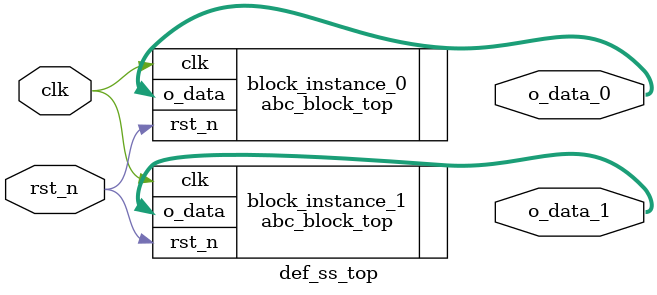
<source format=sv>
module def_ss_top(
  input            clk ,
  input          rst_n ,
  output [7:0] o_data_0,
  output [7:0] o_data_1
);
    abc_block_top  block_instance_0(
      .clk   (clk     ),
      .rst_n (rst_n   ),
      .o_data(o_data_0)
    );
    abc_block_top  block_instance_1(
      .clk   (clk     ),
      .rst_n (rst_n   ),
      .o_data(o_data_1)
    );
endmodule

</source>
